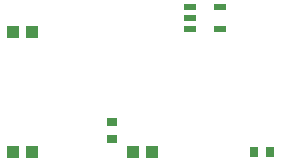
<source format=gtp>
G04 Layer: TopPasteMaskLayer*
G04 EasyEDA v6.5.32, 2023-07-25 14:04:49*
G04 c9cfb0145de049638fc0d3ee16389aac,5a6b42c53f6a479593ecc07194224c93,10*
G04 Gerber Generator version 0.2*
G04 Scale: 100 percent, Rotated: No, Reflected: No *
G04 Dimensions in millimeters *
G04 leading zeros omitted , absolute positions ,4 integer and 5 decimal *
%FSLAX45Y45*%
%MOMM*%

%ADD10R,1.0000X1.1000*%
%ADD11R,0.9000X0.8000*%
%ADD12R,0.8000X0.9000*%
%ADD13R,1.0000X0.6000*%

%LPD*%
D10*
G01*
X2112009Y2603500D03*
G01*
X1952015Y2603500D03*
G01*
X3128009Y2603500D03*
G01*
X2968015Y2603500D03*
D11*
G01*
X2794000Y2851302D03*
G01*
X2794000Y2711297D03*
D12*
G01*
X3993997Y2603500D03*
G01*
X4134002Y2603500D03*
D13*
G01*
X3711422Y3828795D03*
G01*
X3711422Y3638804D03*
G01*
X3451377Y3638804D03*
G01*
X3451377Y3733800D03*
G01*
X3451377Y3828795D03*
D10*
G01*
X2112009Y3619500D03*
G01*
X1952015Y3619500D03*
M02*

</source>
